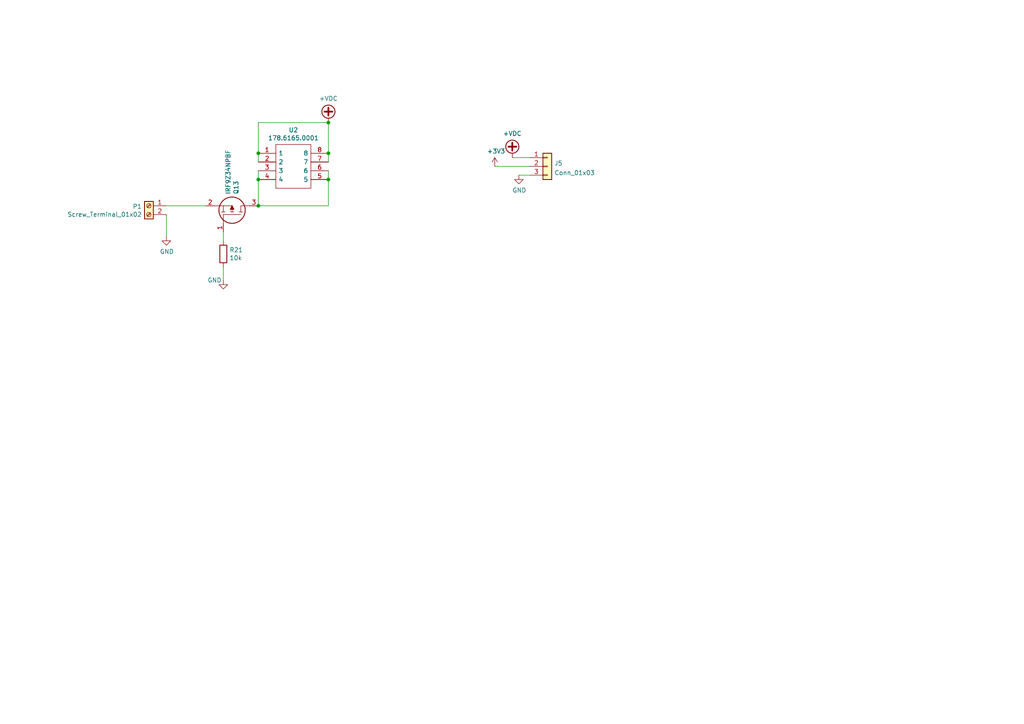
<source format=kicad_sch>
(kicad_sch (version 20231120) (generator "eeschema") (generator_version "8.0")
  (paper "A4")
  (lib_symbols
    (symbol "Connector:Screw_Terminal_01x02" (pin_names (offset 1.016) hide)
      (property "Reference" "J" (at 0 2.54 0))
      (property "Value" "Screw_Terminal_01x02" (at 0 -5.08 0))
      (symbol "Screw_Terminal_01x02_1_1"
        (rectangle (start -1.27 1.27) (end 1.27 -3.81) (stroke (width 0.254)) (fill (type background)))
        (circle (center 0 -2.54) (radius 0.635) (stroke (width 0.1524)))
        (polyline (pts (xy -0.5334 -2.2098) (xy 0.3302 -3.048)) (stroke (width 0.1524)))
        (polyline (pts (xy -0.5334 0.3302) (xy 0.3302 -0.508)) (stroke (width 0.1524)))
        (polyline (pts (xy -0.3556 -2.032) (xy 0.508 -2.8702)) (stroke (width 0.1524)))
        (polyline (pts (xy -0.3556 0.508) (xy 0.508 -0.3302)) (stroke (width 0.1524)))
        (circle (center 0 0) (radius 0.635) (stroke (width 0.1524)))
        (pin passive line (at -5.08 0 0) (length 3.81) (name "Pin_1") (number "1"))
        (pin passive line (at -5.08 -2.54 0) (length 3.81) (name "Pin_2") (number "2"))
      )
    )
    (symbol "Connector_Generic:Conn_01x03" (pin_names (offset 1.016) hide)
      (property "Reference" "J" (at 0 5.08 0))
      (property "Value" "Conn_01x03" (at 0 -5.08 0))
      (symbol "Conn_01x03_1_1"
        (rectangle (start -1.27 -2.413) (end 0 -2.667) (stroke (width 0.1524)))
        (rectangle (start -1.27 0.127) (end 0 -0.127) (stroke (width 0.1524)))
        (rectangle (start -1.27 2.667) (end 0 2.413) (stroke (width 0.1524)))
        (rectangle (start -1.27 3.81) (end 1.27 -3.81) (stroke (width 0.254)) (fill (type background)))
        (pin passive line (at -5.08 2.54 0) (length 3.81) (name "Pin_1") (number "1"))
        (pin passive line (at -5.08 0 0) (length 3.81) (name "Pin_2") (number "2"))
        (pin passive line (at -5.08 -2.54 0) (length 3.81) (name "Pin_3") (number "3"))
      )
    )
    (symbol "Device:R" (pin_numbers hide) (pin_names (offset 0))
      (property "Reference" "R" (at 2.032 0 90))
      (property "Value" "R" (at 0 0 90))
      (symbol "R_0_1"
        (rectangle (start -1.016 -2.54) (end 1.016 2.54) (stroke (width 0.254)))
      )
      (symbol "R_1_1"
        (pin passive line (at 0 3.81 270) (length 1.27) (name "~") (number "1"))
        (pin passive line (at 0 -3.81 90) (length 1.27) (name "~") (number "2"))
      )
    )
    (symbol "SamacSys_Parts:178.6165.0001" (pin_names (offset 0.762))
      (property "Reference" "U" (at 16.51 7.62 0))
      (property "Value" "SamacSys_Parts_178.6165.0001" (at 16.51 5.08 0))
      (symbol "178.6165.0001_0_0"
        (pin passive line (at 0 0 0) (length 5.08) (name "1") (number "1"))
        (pin passive line (at 0 -2.54 0) (length 5.08) (name "2") (number "2"))
        (pin passive line (at 0 -5.08 0) (length 5.08) (name "3") (number "3"))
        (pin passive line (at 0 -7.62 0) (length 5.08) (name "4") (number "4"))
        (pin passive line (at 20.32 -7.62 180) (length 5.08) (name "5") (number "5"))
        (pin passive line (at 20.32 -5.08 180) (length 5.08) (name "6") (number "6"))
        (pin passive line (at 20.32 -2.54 180) (length 5.08) (name "7") (number "7"))
        (pin passive line (at 20.32 0 180) (length 5.08) (name "8") (number "8"))
      )
      (symbol "178.6165.0001_0_1"
        (polyline (pts (xy 5.08 2.54) (xy 15.24 2.54) (xy 15.24 -10.16) (xy 5.08 -10.16) (xy 5.08 2.54)) (stroke (width 0.1524)))
      )
    )
    (symbol "SamacSys_Parts:IRF9Z34NPBF" (pin_names (offset 0.762))
      (property "Reference" "Q" (at 11.43 3.81 0))
      (property "Value" "SamacSys_Parts_IRF9Z34NPBF" (at 11.43 1.27 0))
      (symbol "IRF9Z34NPBF_0_0"
        (pin passive line (at 0 0 0) (length 2.54) (name "~") (number "1"))
        (pin passive line (at 7.62 -5.08 90) (length 2.54) (name "~") (number "2"))
        (pin passive line (at 7.62 10.16 270) (length 2.54) (name "~") (number "3"))
      )
      (symbol "IRF9Z34NPBF_0_1"
        (polyline (pts (xy 5.842 -0.508) (xy 5.842 0.508)) (stroke (width 0.1524)))
        (polyline (pts (xy 5.842 0) (xy 7.62 0)) (stroke (width 0.1524)))
        (polyline (pts (xy 5.842 2.032) (xy 5.842 3.048)) (stroke (width 0.1524)))
        (polyline (pts (xy 5.842 5.588) (xy 5.842 4.572)) (stroke (width 0.1524)))
        (polyline (pts (xy 7.62 2.54) (xy 5.842 2.54)) (stroke (width 0.1524)))
        (polyline (pts (xy 7.62 2.54) (xy 7.62 -2.54)) (stroke (width 0.1524)))
        (polyline (pts (xy 7.62 5.08) (xy 5.842 5.08)) (stroke (width 0.1524)))
        (polyline (pts (xy 7.62 5.08) (xy 7.62 7.62)) (stroke (width 0.1524)))
        (polyline (pts (xy 2.54 0) (xy 5.08 0) (xy 5.08 5.08)) (stroke (width 0.1524)))
        (polyline (pts (xy 7.62 2.54) (xy 6.604 3.048) (xy 6.604 2.032) (xy 7.62 2.54)) (stroke (width 0.254)) (fill (type outline)))
        (circle (center 6.35 2.54) (radius 3.81) (stroke (width 0.254)))
      )
    )
    (symbol "power:+3.3V" (power) (pin_names (offset 0))
      (property "Value" "+3.3V" (at 0 3.556 0))
      (symbol "+3.3V_0_1"
        (polyline (pts (xy -0.762 1.27) (xy 0 2.54)))
        (polyline (pts (xy 0 0) (xy 0 2.54)))
        (polyline (pts (xy 0 2.54) (xy 0.762 1.27)))
      )
      (symbol "+3.3V_1_1"
        (pin power_in line (at 0 0 90) (length 0) hide (name "+3V3") (number "1"))
      )
    )
    (symbol "power:+VDC" (power) (pin_names (offset 0))
      (property "Value" "+VDC" (at 0 6.35 0))
      (symbol "+VDC_0_1"
        (polyline (pts (xy -1.143 3.175) (xy 1.143 3.175)) (stroke (width 0.508)))
        (polyline (pts (xy 0 0) (xy 0 1.27)))
        (polyline (pts (xy 0 2.032) (xy 0 4.318)) (stroke (width 0.508)))
        (circle (center 0 3.175) (radius 1.905) (stroke (width 0.254)))
      )
      (symbol "+VDC_1_1"
        (pin power_in line (at 0 0 90) (length 0) hide (name "+VDC") (number "1"))
      )
    )
    (symbol "power:GND" (power) (pin_names (offset 0))
      (property "Value" "GND" (at 0 -3.81 0))
      (symbol "GND_0_1"
        (polyline (pts (xy 0 0) (xy 0 -1.27) (xy 1.27 -1.27) (xy 0 -2.54) (xy -1.27 -1.27) (xy 0 -1.27)))
      )
      (symbol "GND_1_1"
        (pin power_in line (at 0 0 270) (length 0) hide (name "GND") (number "1"))
      )
    )
  )
  (junction (at 74.93 52.07))
  (junction (at 74.93 44.45))
  (junction (at 95.25 44.45))
  (junction (at 95.25 52.07))
  (junction (at 95.25 35.56))
  (junction (at 74.93 59.69))
  (wire (pts (xy 95.25 59.69) (xy 95.25 52.07)))
  (wire (pts (xy 150.495 50.8) (xy 153.67 50.8)))
  (wire (pts (xy 143.51 48.26) (xy 153.67 48.26)))
  (wire (pts (xy 95.25 46.99) (xy 95.25 44.45)))
  (wire (pts (xy 64.77 77.47) (xy 64.77 81.28)))
  (wire (pts (xy 74.93 59.69) (xy 95.25 59.69)))
  (wire (pts (xy 74.93 52.07) (xy 74.93 59.69)))
  (wire (pts (xy 74.93 35.56) (xy 95.25 35.56)))
  (wire (pts (xy 95.25 44.45) (xy 95.25 35.56)))
  (wire (pts (xy 74.93 49.53) (xy 74.93 52.07)))
  (wire (pts (xy 48.26 68.58) (xy 48.26 62.23)))
  (wire (pts (xy 59.69 59.69) (xy 48.26 59.69)))
  (wire (pts (xy 74.93 46.99) (xy 74.93 44.45)))
  (wire (pts (xy 95.25 52.07) (xy 95.25 49.53)))
  (wire (pts (xy 74.93 35.56) (xy 74.93 44.45)))
  (wire (pts (xy 64.77 69.85) (xy 64.77 67.31)))
  (wire (pts (xy 148.59 45.72) (xy 153.67 45.72)))
  (symbol (lib_id "power:GND") (at 48.26 68.58 0) (unit 1)
    (property "Reference" "#PWR034" (effects (hide yes)))
    (property "Value" "GND" (at 48.387 72.9742 0))
  )
  (symbol (lib_id "Device:R") (at 64.77 73.66 0) (unit 1)
    (property "Reference" "R21" (at 66.548 72.4916 0) (effects (justify left)))
    (property "Value" "10k" (at 66.548 74.803 0) (effects (justify left)))
    (property "Footprint" "Resistor_THT:R_Axial_DIN0207_L6.3mm_D2.5mm_P2.54mm_Vertical" (effects (hide yes)))
  )
  (symbol (lib_id "power:+VDC") (at 95.25 35.56 0) (unit 1)
    (property "Reference" "#PWR036" (effects (hide yes)))
    (property "Value" "+VDC" (at 95.25 28.575 0))
  )
  (symbol (lib_id "power:+VDC") (at 148.59 45.72 0) (unit 1)
    (property "Reference" "#PWR08" (effects (hide yes)))
    (property "Value" "+VDC" (at 148.59 38.735 0))
  )
  (symbol (lib_id "SamacSys_Parts:IRF9Z34NPBF") (at 64.77 67.31 270) (mirror x) (unit 1)
    (property "Reference" "Q13" (at 68.4784 56.388 0) (effects (justify left)))
    (property "Value" "IRF9Z34NPBF" (at 66.167 56.388 0) (effects (justify left)))
    (property "Footprint" "SamacSys_Parts:TO254P469X1042X1967-3P" (effects (hide yes)))
    (property "Datasheet" "https://www.infineon.com/dgdl/irf9z34npbf.pdf?fileId=5546d462533600a40153561220af1ddd" (effects (hide yes)))
    (property "Description" "MOSFET MOSFT PCh -55V -17A 100mOhm 23.3nC" (effects (hide yes)))
    (property "Height" "4.69" (effects (hide yes)))
    (property "Mouser Part Number" "942-IRF9Z34NPBF" (effects (hide yes)))
    (property "Mouser Price/Stock" "https://www.mouser.co.uk/ProductDetail/Infineon-IR/IRF9Z34NPBF?qs=9%252BKlkBgLFf16a%2FvlD%252BMCtQ%3D%3D" (effects (hide yes)))
    (property "Manufacturer_Name" "Infineon" (effects (hide yes)))
    (property "Manufacturer_Part_Number" "IRF9Z34NPBF" (effects (hide yes)))
  )
  (symbol (lib_id "power:+3.3V") (at 143.51 48.26 0) (unit 1)
    (property "Reference" "#PWR07" (effects (hide yes)))
    (property "Value" "+3V3" (at 143.891 43.8658 0))
  )
  (symbol (lib_id "power:GND") (at 64.77 81.28 0) (unit 1)
    (property "Reference" "#PWR035" (effects (hide yes)))
    (property "Value" "GND" (at 62.23 81.28 0))
  )
  (symbol (lib_id "Connector:Screw_Terminal_01x02") (at 43.18 59.69 0) (mirror y) (unit 1)
    (property "Reference" "P1" (at 41.148 59.8932 0) (effects (justify left)))
    (property "Value" "Screw_Terminal_01x02" (at 41.148 62.2046 0) (effects (justify left)))
    (property "Footprint" "TerminalBlock_Phoenix:TerminalBlock_Phoenix_MKDS-1,5-2-5.08_1x02_P5.08mm_Horizontal" (effects (hide yes)))
  )
  (symbol (lib_id "power:GND") (at 150.495 50.8 0) (unit 1)
    (property "Reference" "#PWR09" (effects (hide yes)))
    (property "Value" "GND" (at 150.622 55.1942 0))
  )
  (symbol (lib_id "SamacSys_Parts:178.6165.0001") (at 74.93 44.45 0) (unit 1)
    (property "Reference" "U2" (at 85.09 37.719 0))
    (property "Value" "178.6165.0001" (at 85.09 40.0304 0))
    (property "Footprint" "SamacSys_Parts:17861650001" (effects (hide yes)))
    (property "Description" "FLR PCB FUSE HOLDER FOR ATO STYLE BLADE FUSE RATED 58V" (effects (hide yes)))
    (property "Height" "17.5" (effects (hide yes)))
    (property "Mouser Part Number" "576-178.6165.0001" (effects (hide yes)))
    (property "Mouser Price/Stock" "https://www.mouser.co.uk/ProductDetail/Littelfuse/17861650001?qs=CSLd874fYV1KI1oBGU5EQg%3D%3D" (effects (hide yes)))
    (property "Manufacturer_Name" "LITTELFUSE" (effects (hide yes)))
    (property "Manufacturer_Part_Number" "178.6165.0001" (effects (hide yes)))
  )
  (symbol (lib_id "Connector_Generic:Conn_01x03") (at 158.75 48.26 0) (unit 1)
    (property "Reference" "J5" (at 160.782 47.3515 0) (effects (justify left)))
    (property "Value" "Conn_01x03" (at 160.782 50.1266 0) (effects (justify left)))
    (property "Footprint" "Connector_PinHeader_2.54mm:PinHeader_1x03_P2.54mm_Vertical" (effects (hide yes)))
  )
)
</source>
